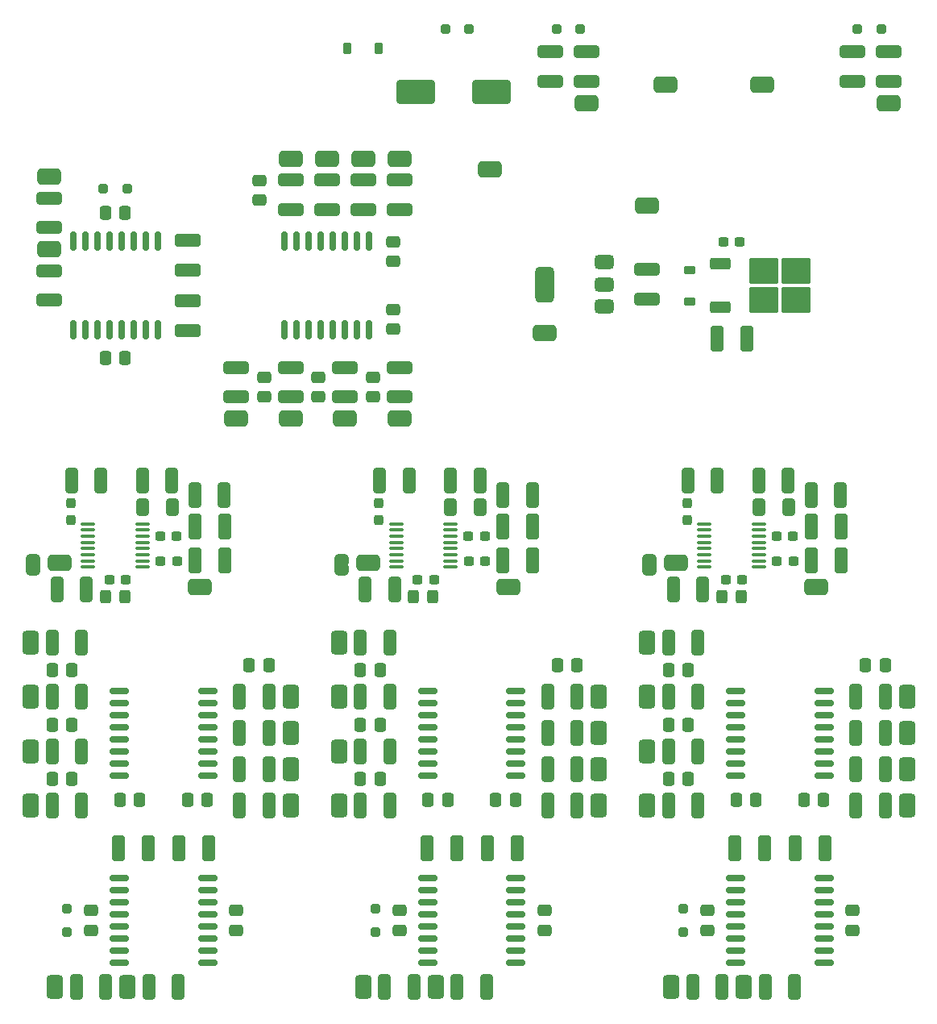
<source format=gbr>
%TF.GenerationSoftware,KiCad,Pcbnew,8.0.2*%
%TF.CreationDate,2025-03-06T23:30:14+01:00*%
%TF.ProjectId,meas,6d656173-2e6b-4696-9361-645f70636258,2.0.0*%
%TF.SameCoordinates,Original*%
%TF.FileFunction,Paste,Top*%
%TF.FilePolarity,Positive*%
%FSLAX46Y46*%
G04 Gerber Fmt 4.6, Leading zero omitted, Abs format (unit mm)*
G04 Created by KiCad (PCBNEW 8.0.2) date 2025-03-06 23:30:14*
%MOMM*%
%LPD*%
G01*
G04 APERTURE LIST*
G04 Aperture macros list*
%AMRoundRect*
0 Rectangle with rounded corners*
0 $1 Rounding radius*
0 $2 $3 $4 $5 $6 $7 $8 $9 X,Y pos of 4 corners*
0 Add a 4 corners polygon primitive as box body*
4,1,4,$2,$3,$4,$5,$6,$7,$8,$9,$2,$3,0*
0 Add four circle primitives for the rounded corners*
1,1,$1+$1,$2,$3*
1,1,$1+$1,$4,$5*
1,1,$1+$1,$6,$7*
1,1,$1+$1,$8,$9*
0 Add four rect primitives between the rounded corners*
20,1,$1+$1,$2,$3,$4,$5,0*
20,1,$1+$1,$4,$5,$6,$7,0*
20,1,$1+$1,$6,$7,$8,$9,0*
20,1,$1+$1,$8,$9,$2,$3,0*%
%AMFreePoly0*
4,1,19,0.500000,-0.750000,0.000000,-0.750000,0.000000,-0.744911,-0.071157,-0.744911,-0.207708,-0.704816,-0.327430,-0.627875,-0.420627,-0.520320,-0.479746,-0.390866,-0.500000,-0.250000,-0.500000,0.250000,-0.479746,0.390866,-0.420627,0.520320,-0.327430,0.627875,-0.207708,0.704816,-0.071157,0.744911,0.000000,0.744911,0.000000,0.750000,0.500000,0.750000,0.500000,-0.750000,0.500000,-0.750000,
$1*%
%AMFreePoly1*
4,1,19,0.000000,0.744911,0.071157,0.744911,0.207708,0.704816,0.327430,0.627875,0.420627,0.520320,0.479746,0.390866,0.500000,0.250000,0.500000,-0.250000,0.479746,-0.390866,0.420627,-0.520320,0.327430,-0.627875,0.207708,-0.704816,0.071157,-0.744911,0.000000,-0.744911,0.000000,-0.750000,-0.500000,-0.750000,-0.500000,0.750000,0.000000,0.750000,0.000000,0.744911,0.000000,0.744911,
$1*%
G04 Aperture macros list end*
%ADD10C,0.000000*%
%ADD11RoundRect,0.150000X0.875000X0.150000X-0.875000X0.150000X-0.875000X-0.150000X0.875000X-0.150000X0*%
%ADD12RoundRect,0.250000X0.412500X1.100000X-0.412500X1.100000X-0.412500X-1.100000X0.412500X-1.100000X0*%
%ADD13RoundRect,0.250000X-0.475000X0.337500X-0.475000X-0.337500X0.475000X-0.337500X0.475000X0.337500X0*%
%ADD14RoundRect,0.225000X-0.375000X0.225000X-0.375000X-0.225000X0.375000X-0.225000X0.375000X0.225000X0*%
%ADD15RoundRect,0.250000X-1.075000X0.400000X-1.075000X-0.400000X1.075000X-0.400000X1.075000X0.400000X0*%
%ADD16RoundRect,0.375000X0.625000X0.375000X-0.625000X0.375000X-0.625000X-0.375000X0.625000X-0.375000X0*%
%ADD17RoundRect,0.500000X0.500000X1.400000X-0.500000X1.400000X-0.500000X-1.400000X0.500000X-1.400000X0*%
%ADD18RoundRect,0.250000X0.337500X0.475000X-0.337500X0.475000X-0.337500X-0.475000X0.337500X-0.475000X0*%
%ADD19RoundRect,0.250000X0.400000X1.075000X-0.400000X1.075000X-0.400000X-1.075000X0.400000X-1.075000X0*%
%ADD20RoundRect,0.426829X0.448171X-0.823171X0.448171X0.823171X-0.448171X0.823171X-0.448171X-0.823171X0*%
%ADD21RoundRect,0.250000X1.075000X-0.400000X1.075000X0.400000X-1.075000X0.400000X-1.075000X-0.400000X0*%
%ADD22RoundRect,0.250000X-0.412500X-0.650000X0.412500X-0.650000X0.412500X0.650000X-0.412500X0.650000X0*%
%ADD23RoundRect,0.250000X0.475000X-0.337500X0.475000X0.337500X-0.475000X0.337500X-0.475000X-0.337500X0*%
%ADD24RoundRect,0.225000X-0.225000X-0.375000X0.225000X-0.375000X0.225000X0.375000X-0.225000X0.375000X0*%
%ADD25RoundRect,0.237500X0.300000X0.237500X-0.300000X0.237500X-0.300000X-0.237500X0.300000X-0.237500X0*%
%ADD26RoundRect,0.426829X-0.823171X-0.448171X0.823171X-0.448171X0.823171X0.448171X-0.823171X0.448171X0*%
%ADD27RoundRect,0.237500X-0.237500X0.300000X-0.237500X-0.300000X0.237500X-0.300000X0.237500X0.300000X0*%
%ADD28RoundRect,0.426829X0.823171X0.448171X-0.823171X0.448171X-0.823171X-0.448171X0.823171X-0.448171X0*%
%ADD29RoundRect,0.250000X-0.400000X-1.075000X0.400000X-1.075000X0.400000X1.075000X-0.400000X1.075000X0*%
%ADD30RoundRect,0.426829X-0.448171X0.823171X-0.448171X-0.823171X0.448171X-0.823171X0.448171X0.823171X0*%
%ADD31RoundRect,0.250000X0.250000X-0.250000X0.250000X0.250000X-0.250000X0.250000X-0.250000X-0.250000X0*%
%ADD32RoundRect,0.250000X-0.412500X-1.100000X0.412500X-1.100000X0.412500X1.100000X-0.412500X1.100000X0*%
%ADD33RoundRect,0.250000X-0.337500X-0.475000X0.337500X-0.475000X0.337500X0.475000X-0.337500X0.475000X0*%
%ADD34RoundRect,0.250000X0.325000X0.450000X-0.325000X0.450000X-0.325000X-0.450000X0.325000X-0.450000X0*%
%ADD35RoundRect,0.250000X0.250000X0.250000X-0.250000X0.250000X-0.250000X-0.250000X0.250000X-0.250000X0*%
%ADD36RoundRect,0.100000X0.637500X0.100000X-0.637500X0.100000X-0.637500X-0.100000X0.637500X-0.100000X0*%
%ADD37RoundRect,0.250000X-1.750000X-1.000000X1.750000X-1.000000X1.750000X1.000000X-1.750000X1.000000X0*%
%ADD38FreePoly0,90.000000*%
%ADD39FreePoly1,90.000000*%
%ADD40RoundRect,0.250000X-0.850000X-0.350000X0.850000X-0.350000X0.850000X0.350000X-0.850000X0.350000X0*%
%ADD41RoundRect,0.250000X-1.275000X-1.125000X1.275000X-1.125000X1.275000X1.125000X-1.275000X1.125000X0*%
%ADD42RoundRect,0.250000X1.100000X-0.412500X1.100000X0.412500X-1.100000X0.412500X-1.100000X-0.412500X0*%
%ADD43RoundRect,0.250000X-1.100000X0.412500X-1.100000X-0.412500X1.100000X-0.412500X1.100000X0.412500X0*%
%ADD44RoundRect,0.250000X-0.250000X-0.250000X0.250000X-0.250000X0.250000X0.250000X-0.250000X0.250000X0*%
%ADD45RoundRect,0.150000X0.150000X-0.875000X0.150000X0.875000X-0.150000X0.875000X-0.150000X-0.875000X0*%
%ADD46RoundRect,0.150000X-0.150000X0.875000X-0.150000X-0.875000X0.150000X-0.875000X0.150000X0.875000X0*%
G04 APERTURE END LIST*
D10*
%TO.C,JP802*%
G36*
X154649000Y-121854000D02*
G01*
X153149000Y-121854000D01*
X153149000Y-120554000D01*
X154649000Y-120554000D01*
X154649000Y-121854000D01*
G37*
%TO.C,JP702*%
G36*
X187034000Y-121854000D02*
G01*
X185534000Y-121854000D01*
X185534000Y-120554000D01*
X187034000Y-120554000D01*
X187034000Y-121854000D01*
G37*
%TO.C,JP602*%
G36*
X219419000Y-121854000D02*
G01*
X217919000Y-121854000D01*
X217919000Y-120554000D01*
X219419000Y-120554000D01*
X219419000Y-121854000D01*
G37*
%TD*%
D11*
%TO.C,U401*%
X172265000Y-143287000D03*
X172265000Y-142017000D03*
X172265000Y-140747000D03*
X172265000Y-139477000D03*
X172265000Y-138207000D03*
X172265000Y-136937000D03*
X172265000Y-135667000D03*
X172265000Y-134397000D03*
X162965000Y-134397000D03*
X162965000Y-135667000D03*
X162965000Y-136937000D03*
X162965000Y-138207000D03*
X162965000Y-139477000D03*
X162965000Y-140747000D03*
X162965000Y-142017000D03*
X162965000Y-143287000D03*
%TD*%
D12*
%TO.C,C1003*%
X228867500Y-97440000D03*
X225742500Y-97440000D03*
%TD*%
D13*
%TO.C,C1204*%
X207620000Y-157489500D03*
X207620000Y-159564500D03*
%TD*%
D11*
%TO.C,U1301*%
X172265000Y-162972000D03*
X172265000Y-161702000D03*
X172265000Y-160432000D03*
X172265000Y-159162000D03*
X172265000Y-157892000D03*
X172265000Y-156622000D03*
X172265000Y-155352000D03*
X172265000Y-154082000D03*
X162965000Y-154082000D03*
X162965000Y-155352000D03*
X162965000Y-156622000D03*
X162965000Y-157892000D03*
X162965000Y-159162000D03*
X162965000Y-160432000D03*
X162965000Y-161702000D03*
X162965000Y-162972000D03*
%TD*%
D14*
%TO.C,D1003*%
X222860000Y-90202000D03*
X222860000Y-93502000D03*
%TD*%
D15*
%TO.C,R502*%
X188570000Y-80777000D03*
X188570000Y-83877000D03*
%TD*%
D16*
%TO.C,Q1001*%
X213945000Y-94025000D03*
X213945000Y-91725000D03*
D17*
X207645000Y-91725000D03*
D16*
X213945000Y-89425000D03*
%TD*%
D18*
%TO.C,C204*%
X222754500Y-143668000D03*
X220679500Y-143668000D03*
%TD*%
D19*
%TO.C,R308*%
X191390000Y-135032000D03*
X188290000Y-135032000D03*
%TD*%
D11*
%TO.C,U201*%
X237035000Y-143287000D03*
X237035000Y-142017000D03*
X237035000Y-140747000D03*
X237035000Y-139477000D03*
X237035000Y-138207000D03*
X237035000Y-136937000D03*
X237035000Y-135667000D03*
X237035000Y-134397000D03*
X227735000Y-134397000D03*
X227735000Y-135667000D03*
X227735000Y-136937000D03*
X227735000Y-138207000D03*
X227735000Y-139477000D03*
X227735000Y-140747000D03*
X227735000Y-142017000D03*
X227735000Y-143287000D03*
%TD*%
D20*
%TO.C,TP1302*%
X156185000Y-165512000D03*
%TD*%
D21*
%TO.C,R104*%
X212065000Y-70415000D03*
X212065000Y-67315000D03*
%TD*%
D22*
%TO.C,C704*%
X197782500Y-115093000D03*
X200907500Y-115093000D03*
%TD*%
D23*
%TO.C,C501*%
X177648000Y-82878000D03*
X177648000Y-80803000D03*
%TD*%
D12*
%TO.C,C1303*%
X172352500Y-150907000D03*
X169227500Y-150907000D03*
%TD*%
D24*
%TO.C,D1002*%
X186920000Y-66960000D03*
X190220000Y-66960000D03*
%TD*%
D25*
%TO.C,C802*%
X163651500Y-122713000D03*
X161926500Y-122713000D03*
%TD*%
D19*
%TO.C,R201*%
X243460000Y-146462000D03*
X240360000Y-146462000D03*
%TD*%
D20*
%TO.C,TP303*%
X213335000Y-138842000D03*
%TD*%
D26*
%TO.C,TP508*%
X175235000Y-105822000D03*
%TD*%
D25*
%TO.C,C603*%
X233806300Y-120782600D03*
X232081300Y-120782600D03*
%TD*%
D27*
%TO.C,C601*%
X222606000Y-114738500D03*
X222606000Y-116463500D03*
%TD*%
D20*
%TO.C,TP403*%
X180950000Y-138842000D03*
%TD*%
D15*
%TO.C,R504*%
X180950000Y-80777000D03*
X180950000Y-83877000D03*
%TD*%
D20*
%TO.C,TP203*%
X245720000Y-138842000D03*
%TD*%
D28*
%TO.C,TP701*%
X189078000Y-120935000D03*
%TD*%
D20*
%TO.C,TP202*%
X245720000Y-142652000D03*
%TD*%
D12*
%TO.C,C1203*%
X204737500Y-150907000D03*
X201612500Y-150907000D03*
%TD*%
D28*
%TO.C,TP802*%
X171425000Y-123475000D03*
%TD*%
D12*
%TO.C,C607*%
X238773500Y-117125000D03*
X235648500Y-117125000D03*
%TD*%
D29*
%TO.C,R702*%
X188798000Y-123729000D03*
X191898000Y-123729000D03*
%TD*%
D18*
%TO.C,C306*%
X190369500Y-132238000D03*
X188294500Y-132238000D03*
%TD*%
D13*
%TO.C,C502*%
X191745000Y-87258500D03*
X191745000Y-89333500D03*
%TD*%
D19*
%TO.C,R403*%
X178690000Y-138842000D03*
X175590000Y-138842000D03*
%TD*%
D30*
%TO.C,TP308*%
X186030000Y-129317000D03*
%TD*%
D26*
%TO.C,TP1003*%
X218415000Y-83470000D03*
%TD*%
D30*
%TO.C,TP206*%
X218415000Y-140747000D03*
%TD*%
D11*
%TO.C,U1101*%
X237035000Y-162972000D03*
X237035000Y-161702000D03*
X237035000Y-160432000D03*
X237035000Y-159162000D03*
X237035000Y-157892000D03*
X237035000Y-156622000D03*
X237035000Y-155352000D03*
X237035000Y-154082000D03*
X227735000Y-154082000D03*
X227735000Y-155352000D03*
X227735000Y-156622000D03*
X227735000Y-157892000D03*
X227735000Y-159162000D03*
X227735000Y-160432000D03*
X227735000Y-161702000D03*
X227735000Y-162972000D03*
%TD*%
D18*
%TO.C,C206*%
X222754500Y-132238000D03*
X220679500Y-132238000D03*
%TD*%
D19*
%TO.C,R206*%
X223775000Y-146462000D03*
X220675000Y-146462000D03*
%TD*%
D25*
%TO.C,C803*%
X169036300Y-120782600D03*
X167311300Y-120782600D03*
%TD*%
D20*
%TO.C,TP401*%
X180950000Y-146462000D03*
%TD*%
D31*
%TO.C,D1201*%
X189840000Y-159777000D03*
X189840000Y-157277000D03*
%TD*%
D26*
%TO.C,TP507*%
X180950000Y-105822000D03*
%TD*%
D18*
%TO.C,C305*%
X190369500Y-137953000D03*
X188294500Y-137953000D03*
%TD*%
D19*
%TO.C,R301*%
X211075000Y-146462000D03*
X207975000Y-146462000D03*
%TD*%
D28*
%TO.C,TP601*%
X221463000Y-120935000D03*
%TD*%
D13*
%TO.C,C1304*%
X175235000Y-157489500D03*
X175235000Y-159564500D03*
%TD*%
D21*
%TO.C,R505*%
X175235000Y-103562000D03*
X175235000Y-100462000D03*
%TD*%
D26*
%TO.C,TP902*%
X230480000Y-70770000D03*
%TD*%
D29*
%TO.C,R1201*%
X190830000Y-165512000D03*
X193930000Y-165512000D03*
%TD*%
D19*
%TO.C,R402*%
X178690000Y-142652000D03*
X175590000Y-142652000D03*
%TD*%
D25*
%TO.C,C706*%
X201370500Y-118182000D03*
X199645500Y-118182000D03*
%TD*%
D32*
%TO.C,C1101*%
X227647500Y-150907000D03*
X230772500Y-150907000D03*
%TD*%
D12*
%TO.C,C705*%
X206388500Y-120681000D03*
X203263500Y-120681000D03*
%TD*%
D13*
%TO.C,C1302*%
X159995000Y-157489500D03*
X159995000Y-159564500D03*
%TD*%
D19*
%TO.C,R408*%
X159005000Y-135032000D03*
X155905000Y-135032000D03*
%TD*%
D30*
%TO.C,TP307*%
X186030000Y-135032000D03*
%TD*%
D13*
%TO.C,C1102*%
X224765000Y-157489500D03*
X224765000Y-159564500D03*
%TD*%
D18*
%TO.C,C405*%
X157984500Y-137953000D03*
X155909500Y-137953000D03*
%TD*%
D29*
%TO.C,R603*%
X235661000Y-113823000D03*
X238761000Y-113823000D03*
%TD*%
%TO.C,R703*%
X203276000Y-113823000D03*
X206376000Y-113823000D03*
%TD*%
D18*
%TO.C,C202*%
X236978500Y-145827000D03*
X234903500Y-145827000D03*
%TD*%
D15*
%TO.C,R506*%
X192380000Y-100462000D03*
X192380000Y-103562000D03*
%TD*%
D30*
%TO.C,TP305*%
X186030000Y-146462000D03*
%TD*%
D25*
%TO.C,C806*%
X168985500Y-118182000D03*
X167260500Y-118182000D03*
%TD*%
D26*
%TO.C,TP1402*%
X155550000Y-80422000D03*
%TD*%
D30*
%TO.C,TP408*%
X153645000Y-129317000D03*
%TD*%
D18*
%TO.C,C302*%
X204593500Y-145827000D03*
X202518500Y-145827000D03*
%TD*%
D26*
%TO.C,TP506*%
X186665000Y-105822000D03*
%TD*%
D23*
%TO.C,C503*%
X191745000Y-96445500D03*
X191745000Y-94370500D03*
%TD*%
D19*
%TO.C,R203*%
X243460000Y-138842000D03*
X240360000Y-138842000D03*
%TD*%
D13*
%TO.C,C505*%
X183871000Y-101482500D03*
X183871000Y-103557500D03*
%TD*%
D29*
%TO.C,R602*%
X221183000Y-123729000D03*
X224283000Y-123729000D03*
%TD*%
D18*
%TO.C,C205*%
X222754500Y-137953000D03*
X220679500Y-137953000D03*
%TD*%
D31*
%TO.C,D1301*%
X157455000Y-159777000D03*
X157455000Y-157277000D03*
%TD*%
D33*
%TO.C,C201*%
X241359000Y-131730000D03*
X243434000Y-131730000D03*
%TD*%
D28*
%TO.C,TP501*%
X192380000Y-78517000D03*
%TD*%
D30*
%TO.C,TP406*%
X153645000Y-140747000D03*
%TD*%
D21*
%TO.C,R103*%
X208255000Y-70415000D03*
X208255000Y-67315000D03*
%TD*%
D19*
%TO.C,R701*%
X193422000Y-112299000D03*
X190322000Y-112299000D03*
%TD*%
D34*
%TO.C,D701*%
X195922500Y-124491000D03*
X193872500Y-124491000D03*
%TD*%
D19*
%TO.C,R407*%
X159005000Y-140747000D03*
X155905000Y-140747000D03*
%TD*%
D35*
%TO.C,D1001*%
X199726000Y-64928000D03*
X197226000Y-64928000D03*
%TD*%
D29*
%TO.C,R1302*%
X166065000Y-165512000D03*
X169165000Y-165512000D03*
%TD*%
D20*
%TO.C,TP404*%
X180950000Y-135032000D03*
%TD*%
%TO.C,TP1101*%
X228575000Y-165512000D03*
%TD*%
D18*
%TO.C,C406*%
X157984500Y-132238000D03*
X155909500Y-132238000D03*
%TD*%
D20*
%TO.C,TP402*%
X180950000Y-142652000D03*
%TD*%
D18*
%TO.C,C404*%
X157984500Y-143668000D03*
X155909500Y-143668000D03*
%TD*%
D12*
%TO.C,C1103*%
X237122500Y-150907000D03*
X233997500Y-150907000D03*
%TD*%
D15*
%TO.C,R1401*%
X155550000Y-82682000D03*
X155550000Y-85782000D03*
%TD*%
D19*
%TO.C,R208*%
X223775000Y-135032000D03*
X220675000Y-135032000D03*
%TD*%
D36*
%TO.C,U701*%
X197782500Y-121432000D03*
X197782500Y-120782000D03*
X197782500Y-120132000D03*
X197782500Y-119482000D03*
X197782500Y-118832000D03*
X197782500Y-118182000D03*
X197782500Y-117532000D03*
X197782500Y-116882000D03*
X192057500Y-116882000D03*
X192057500Y-117532000D03*
X192057500Y-118182000D03*
X192057500Y-118832000D03*
X192057500Y-119482000D03*
X192057500Y-120132000D03*
X192057500Y-120782000D03*
X192057500Y-121432000D03*
%TD*%
D30*
%TO.C,TP306*%
X186030000Y-140747000D03*
%TD*%
D34*
%TO.C,D601*%
X228307500Y-124491000D03*
X226257500Y-124491000D03*
%TD*%
D27*
%TO.C,C801*%
X157836000Y-114738500D03*
X157836000Y-116463500D03*
%TD*%
D37*
%TO.C,C1001*%
X194095000Y-71532000D03*
X202095000Y-71532000D03*
%TD*%
D20*
%TO.C,TP302*%
X213335000Y-142652000D03*
%TD*%
D29*
%TO.C,R405*%
X155905000Y-129317000D03*
X159005000Y-129317000D03*
%TD*%
D20*
%TO.C,TP204*%
X245720000Y-135032000D03*
%TD*%
D38*
%TO.C,JP802*%
X153899000Y-121854000D03*
D39*
X153899000Y-120554000D03*
%TD*%
D26*
%TO.C,TP1002*%
X201905000Y-79660000D03*
%TD*%
D20*
%TO.C,TP1201*%
X196190000Y-165512000D03*
%TD*%
D28*
%TO.C,TP504*%
X180950000Y-78517000D03*
%TD*%
D20*
%TO.C,TP301*%
X213335000Y-146462000D03*
%TD*%
D30*
%TO.C,TP205*%
X218415000Y-146462000D03*
%TD*%
D18*
%TO.C,C1404*%
X163572500Y-99472000D03*
X161497500Y-99472000D03*
%TD*%
D20*
%TO.C,TP1301*%
X163805000Y-165512000D03*
%TD*%
D12*
%TO.C,C707*%
X206388500Y-117125000D03*
X203263500Y-117125000D03*
%TD*%
D29*
%TO.C,R1301*%
X158445000Y-165512000D03*
X161545000Y-165512000D03*
%TD*%
D26*
%TO.C,TP703*%
X220320000Y-70770000D03*
%TD*%
D28*
%TO.C,TP702*%
X203810000Y-123475000D03*
%TD*%
D29*
%TO.C,R1202*%
X198450000Y-165512000D03*
X201550000Y-165512000D03*
%TD*%
D38*
%TO.C,JP702*%
X186284000Y-121854000D03*
D39*
X186284000Y-120554000D03*
%TD*%
D20*
%TO.C,TP304*%
X213335000Y-135032000D03*
%TD*%
D36*
%TO.C,U601*%
X230167500Y-121432000D03*
X230167500Y-120782000D03*
X230167500Y-120132000D03*
X230167500Y-119482000D03*
X230167500Y-118832000D03*
X230167500Y-118182000D03*
X230167500Y-117532000D03*
X230167500Y-116882000D03*
X224442500Y-116882000D03*
X224442500Y-117532000D03*
X224442500Y-118182000D03*
X224442500Y-118832000D03*
X224442500Y-119482000D03*
X224442500Y-120132000D03*
X224442500Y-120782000D03*
X224442500Y-121432000D03*
%TD*%
D29*
%TO.C,R803*%
X170891000Y-113823000D03*
X173991000Y-113823000D03*
%TD*%
D15*
%TO.C,R501*%
X192380000Y-80777000D03*
X192380000Y-83877000D03*
%TD*%
D40*
%TO.C,U1001*%
X226075000Y-89572000D03*
D41*
X230700000Y-90327000D03*
X230700000Y-93377000D03*
X234050000Y-90327000D03*
X234050000Y-93377000D03*
D40*
X226075000Y-94132000D03*
%TD*%
D11*
%TO.C,U1201*%
X204650000Y-162972000D03*
X204650000Y-161702000D03*
X204650000Y-160432000D03*
X204650000Y-159162000D03*
X204650000Y-157892000D03*
X204650000Y-156622000D03*
X204650000Y-155352000D03*
X204650000Y-154082000D03*
X195350000Y-154082000D03*
X195350000Y-155352000D03*
X195350000Y-156622000D03*
X195350000Y-157892000D03*
X195350000Y-159162000D03*
X195350000Y-160432000D03*
X195350000Y-161702000D03*
X195350000Y-162972000D03*
%TD*%
D12*
%TO.C,C805*%
X174003500Y-120681000D03*
X170878500Y-120681000D03*
%TD*%
D22*
%TO.C,C604*%
X230167500Y-115093000D03*
X233292500Y-115093000D03*
%TD*%
D19*
%TO.C,R804*%
X168497500Y-112299000D03*
X165397500Y-112299000D03*
%TD*%
D26*
%TO.C,TP603*%
X243815000Y-72675000D03*
%TD*%
D42*
%TO.C,C1403*%
X170155000Y-96589500D03*
X170155000Y-93464500D03*
%TD*%
D13*
%TO.C,C1104*%
X240005000Y-157489500D03*
X240005000Y-159564500D03*
%TD*%
D25*
%TO.C,C703*%
X201421300Y-120782600D03*
X199696300Y-120782600D03*
%TD*%
D19*
%TO.C,R302*%
X211075000Y-142652000D03*
X207975000Y-142652000D03*
%TD*%
D12*
%TO.C,C605*%
X238773500Y-120681000D03*
X235648500Y-120681000D03*
%TD*%
D19*
%TO.C,R202*%
X243460000Y-142652000D03*
X240360000Y-142652000D03*
%TD*%
D20*
%TO.C,TP201*%
X245720000Y-146462000D03*
%TD*%
D19*
%TO.C,R303*%
X211075000Y-138842000D03*
X207975000Y-138842000D03*
%TD*%
D43*
%TO.C,C1401*%
X170155000Y-87114500D03*
X170155000Y-90239500D03*
%TD*%
D19*
%TO.C,R207*%
X223775000Y-140747000D03*
X220675000Y-140747000D03*
%TD*%
%TO.C,R601*%
X225807000Y-112299000D03*
X222707000Y-112299000D03*
%TD*%
%TO.C,R307*%
X191390000Y-140747000D03*
X188290000Y-140747000D03*
%TD*%
D28*
%TO.C,TP502*%
X188570000Y-78517000D03*
%TD*%
D30*
%TO.C,TP405*%
X153645000Y-146462000D03*
%TD*%
D28*
%TO.C,TP801*%
X156693000Y-120935000D03*
%TD*%
D30*
%TO.C,TP207*%
X218415000Y-135032000D03*
%TD*%
D36*
%TO.C,U801*%
X165397500Y-121432000D03*
X165397500Y-120782000D03*
X165397500Y-120132000D03*
X165397500Y-119482000D03*
X165397500Y-118832000D03*
X165397500Y-118182000D03*
X165397500Y-117532000D03*
X165397500Y-116882000D03*
X159672500Y-116882000D03*
X159672500Y-117532000D03*
X159672500Y-118182000D03*
X159672500Y-118832000D03*
X159672500Y-119482000D03*
X159672500Y-120132000D03*
X159672500Y-120782000D03*
X159672500Y-121432000D03*
%TD*%
D28*
%TO.C,TP503*%
X184760000Y-78517000D03*
%TD*%
D19*
%TO.C,R204*%
X243460000Y-135032000D03*
X240360000Y-135032000D03*
%TD*%
D31*
%TO.C,D1101*%
X222225000Y-159777000D03*
X222225000Y-157277000D03*
%TD*%
D29*
%TO.C,R802*%
X156413000Y-123729000D03*
X159513000Y-123729000D03*
%TD*%
D15*
%TO.C,R508*%
X180950000Y-100462000D03*
X180950000Y-103562000D03*
%TD*%
D25*
%TO.C,C1002*%
X228167500Y-87280000D03*
X226442500Y-87280000D03*
%TD*%
D19*
%TO.C,R401*%
X178690000Y-146462000D03*
X175590000Y-146462000D03*
%TD*%
D33*
%TO.C,C301*%
X208974000Y-131730000D03*
X211049000Y-131730000D03*
%TD*%
D32*
%TO.C,C1201*%
X195262500Y-150907000D03*
X198387500Y-150907000D03*
%TD*%
%TO.C,C1301*%
X162877500Y-150907000D03*
X166002500Y-150907000D03*
%TD*%
D20*
%TO.C,TP1202*%
X188570000Y-165512000D03*
%TD*%
D28*
%TO.C,TP1004*%
X207620000Y-96805000D03*
%TD*%
D33*
%TO.C,C303*%
X195406500Y-145827000D03*
X197481500Y-145827000D03*
%TD*%
D19*
%TO.C,R406*%
X159005000Y-146462000D03*
X155905000Y-146462000D03*
%TD*%
D35*
%TO.C,D102*%
X211410000Y-64928000D03*
X208910000Y-64928000D03*
%TD*%
D44*
%TO.C,D1401*%
X161285000Y-81692000D03*
X163785000Y-81692000D03*
%TD*%
D33*
%TO.C,C401*%
X176589000Y-131730000D03*
X178664000Y-131730000D03*
%TD*%
D18*
%TO.C,C304*%
X190369500Y-143668000D03*
X188294500Y-143668000D03*
%TD*%
D12*
%TO.C,C807*%
X174003500Y-117125000D03*
X170878500Y-117125000D03*
%TD*%
D29*
%TO.C,R205*%
X220675000Y-129317000D03*
X223775000Y-129317000D03*
%TD*%
D19*
%TO.C,R404*%
X178690000Y-135032000D03*
X175590000Y-135032000D03*
%TD*%
D18*
%TO.C,C1402*%
X163572500Y-84232000D03*
X161497500Y-84232000D03*
%TD*%
D15*
%TO.C,R102*%
X243815000Y-67315000D03*
X243815000Y-70415000D03*
%TD*%
D45*
%TO.C,U1401*%
X158090000Y-96502000D03*
X159360000Y-96502000D03*
X160630000Y-96502000D03*
X161900000Y-96502000D03*
X163170000Y-96502000D03*
X164440000Y-96502000D03*
X165710000Y-96502000D03*
X166980000Y-96502000D03*
X166980000Y-87202000D03*
X165710000Y-87202000D03*
X164440000Y-87202000D03*
X163170000Y-87202000D03*
X161900000Y-87202000D03*
X160630000Y-87202000D03*
X159360000Y-87202000D03*
X158090000Y-87202000D03*
%TD*%
D33*
%TO.C,C203*%
X227791500Y-145827000D03*
X229866500Y-145827000D03*
%TD*%
D19*
%TO.C,R306*%
X191390000Y-146462000D03*
X188290000Y-146462000D03*
%TD*%
D25*
%TO.C,C606*%
X233755500Y-118182000D03*
X232030500Y-118182000D03*
%TD*%
D29*
%TO.C,R305*%
X188290000Y-129317000D03*
X191390000Y-129317000D03*
%TD*%
D33*
%TO.C,C403*%
X163021500Y-145827000D03*
X165096500Y-145827000D03*
%TD*%
D15*
%TO.C,R503*%
X184760000Y-80777000D03*
X184760000Y-83877000D03*
%TD*%
D26*
%TO.C,TP1401*%
X155550000Y-88042000D03*
%TD*%
D29*
%TO.C,R1102*%
X230835000Y-165512000D03*
X233935000Y-165512000D03*
%TD*%
D19*
%TO.C,R304*%
X211075000Y-135032000D03*
X207975000Y-135032000D03*
%TD*%
D15*
%TO.C,R1001*%
X218415000Y-90175000D03*
X218415000Y-93275000D03*
%TD*%
%TO.C,R101*%
X240005000Y-67315000D03*
X240005000Y-70415000D03*
%TD*%
D19*
%TO.C,R604*%
X233267500Y-112299000D03*
X230167500Y-112299000D03*
%TD*%
D25*
%TO.C,C602*%
X228421500Y-122713000D03*
X226696500Y-122713000D03*
%TD*%
D18*
%TO.C,C402*%
X172208500Y-145827000D03*
X170133500Y-145827000D03*
%TD*%
D22*
%TO.C,C804*%
X165397500Y-115093000D03*
X168522500Y-115093000D03*
%TD*%
D15*
%TO.C,R1402*%
X155550000Y-90302000D03*
X155550000Y-93402000D03*
%TD*%
D27*
%TO.C,C701*%
X190221000Y-114738500D03*
X190221000Y-116463500D03*
%TD*%
D13*
%TO.C,C506*%
X178156000Y-101482500D03*
X178156000Y-103557500D03*
%TD*%
D26*
%TO.C,TP505*%
X192380000Y-105822000D03*
%TD*%
D34*
%TO.C,D801*%
X163537500Y-124491000D03*
X161487500Y-124491000D03*
%TD*%
D30*
%TO.C,TP208*%
X218415000Y-129317000D03*
%TD*%
D29*
%TO.C,R1101*%
X223215000Y-165512000D03*
X226315000Y-165512000D03*
%TD*%
D26*
%TO.C,TP803*%
X212065000Y-72675000D03*
%TD*%
D15*
%TO.C,R507*%
X186665000Y-100462000D03*
X186665000Y-103562000D03*
%TD*%
D30*
%TO.C,TP407*%
X153645000Y-135032000D03*
%TD*%
D19*
%TO.C,R801*%
X161037000Y-112299000D03*
X157937000Y-112299000D03*
%TD*%
D11*
%TO.C,U301*%
X204650000Y-143287000D03*
X204650000Y-142017000D03*
X204650000Y-140747000D03*
X204650000Y-139477000D03*
X204650000Y-138207000D03*
X204650000Y-136937000D03*
X204650000Y-135667000D03*
X204650000Y-134397000D03*
X195350000Y-134397000D03*
X195350000Y-135667000D03*
X195350000Y-136937000D03*
X195350000Y-138207000D03*
X195350000Y-139477000D03*
X195350000Y-140747000D03*
X195350000Y-142017000D03*
X195350000Y-143287000D03*
%TD*%
D13*
%TO.C,C504*%
X189586000Y-101482500D03*
X189586000Y-103557500D03*
%TD*%
D35*
%TO.C,D101*%
X243033000Y-64928000D03*
X240533000Y-64928000D03*
%TD*%
D38*
%TO.C,JP602*%
X218669000Y-121854000D03*
D39*
X218669000Y-120554000D03*
%TD*%
D25*
%TO.C,C702*%
X196036500Y-122713000D03*
X194311500Y-122713000D03*
%TD*%
D28*
%TO.C,TP602*%
X236195000Y-123475000D03*
%TD*%
D20*
%TO.C,TP1102*%
X220955000Y-165512000D03*
%TD*%
D19*
%TO.C,R704*%
X200882500Y-112299000D03*
X197782500Y-112299000D03*
%TD*%
D13*
%TO.C,C1202*%
X192380000Y-157489500D03*
X192380000Y-159564500D03*
%TD*%
D46*
%TO.C,U501*%
X189205000Y-87202000D03*
X187935000Y-87202000D03*
X186665000Y-87202000D03*
X185395000Y-87202000D03*
X184125000Y-87202000D03*
X182855000Y-87202000D03*
X181585000Y-87202000D03*
X180315000Y-87202000D03*
X180315000Y-96502000D03*
X181585000Y-96502000D03*
X182855000Y-96502000D03*
X184125000Y-96502000D03*
X185395000Y-96502000D03*
X186665000Y-96502000D03*
X187935000Y-96502000D03*
X189205000Y-96502000D03*
%TD*%
M02*

</source>
